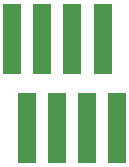
<source format=gbr>
%TF.GenerationSoftware,KiCad,Pcbnew,(6.0.10)*%
%TF.CreationDate,2023-02-03T08:49:19+00:00*%
%TF.ProjectId,Radar,52616461-722e-46b6-9963-61645f706362,rev?*%
%TF.SameCoordinates,Original*%
%TF.FileFunction,Paste,Bot*%
%TF.FilePolarity,Positive*%
%FSLAX46Y46*%
G04 Gerber Fmt 4.6, Leading zero omitted, Abs format (unit mm)*
G04 Created by KiCad (PCBNEW (6.0.10)) date 2023-02-03 08:49:19*
%MOMM*%
%LPD*%
G01*
G04 APERTURE LIST*
%ADD10R,1.500000X6.000000*%
G04 APERTURE END LIST*
D10*
%TO.C,J3*%
X146525000Y-73930000D03*
X145355000Y-66430000D03*
X143985000Y-73930000D03*
X142715000Y-66430000D03*
X141445000Y-73930000D03*
X140175000Y-66430000D03*
X138905000Y-73930000D03*
X137635000Y-66430000D03*
%TD*%
M02*

</source>
